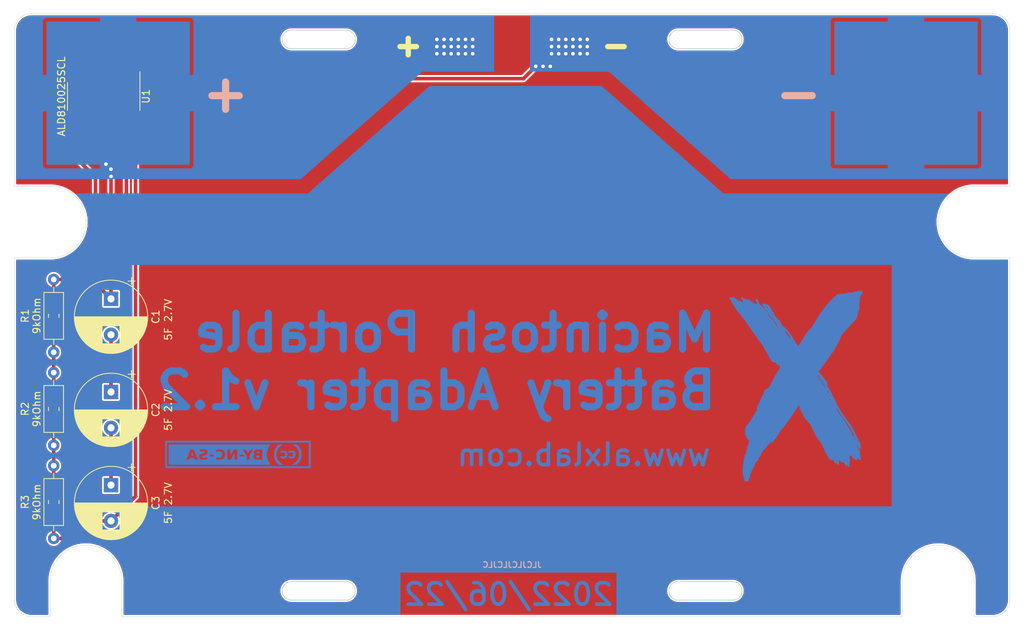
<source format=kicad_pcb>
(kicad_pcb (version 20211014) (generator pcbnew)
  (layers (0 "F.Cu" signal) (31 "B.Cu" signal) (34 "B.Paste" user) (35 "F.Paste" user) (36 "B.SilkS" user "B.Silkscreen") (37 "F.SilkS" user "F.Silkscreen") (38 "B.Mask" user) (39 "F.Mask" user) (44 "Edge.Cuts" user))
  (net 0 "")
  (net 1 "/V+")
  (net 2 "/V-")
  (net 3 "/A2")
  (net 4 "/A1")
  (footprint "project:Macintosh_Portable_Battery_Wire_Pads" (layer "F.Cu") (at 139.5 64)
    (fp_text reference "J1" hide)
    (fp_text value "Conn_01x02_Female")
  )
  (footprint "project:Macintosh_Portable_Battery_Contacts" (layer "F.Cu") (at 139.5 62)
    (fp_text reference "BT1" hide)
    (fp_text value "Macintosh_Portable_Battery")
  )
  (footprint "Resistor_SMD:R_0805_2012Metric_Pad1.20x1.40mm_HandSolder" (layer "F.Cu") (at 75.5 103.1 -90)
    (fp_text reference "R11")
    (fp_text value "9kOhm")
  )
  (footprint "project:Macintosh_Portable_Battery_Case_Hole" (layer "F.Cu") (at 166.5 64.5)
    (fp_text reference "A2" hide)
    (fp_text value "Macintosh_Portable_Battery_Case_Hole")
    (fp_line (start -3.8 -1.3) (end 3.8 -1.3) (layer "Edge.Cuts") (width 0.12))
    (fp_line (start 3.8 1.3) (end -3.8 1.3) (layer "Edge.Cuts") (width 0.12))
    (fp_arc (start -3.8 1.3) (mid -5.1 0) (end -3.8 -1.3) (layer "Edge.Cuts") (width 0.12))
    (fp_arc (start 3.8 -1.3) (mid 5.1 0) (end 3.8 1.3) (layer "Edge.Cuts") (width 0.12))
  )
  (footprint "Resistor_SMD:R_0805_2012Metric_Pad1.20x1.40mm_HandSolder" (layer "F.Cu") (at 75.5 129.1 -90)
    (fp_text reference "R13")
    (fp_text value "9kOhm")
  )
  (footprint "Package_SO:SOIC-16_3.9x9.9mm_P1.27mm" (layer "F.Cu") (at 82.477 72.456 -90)
    (fp_text reference "U1")
    (fp_text value "ALD810025SCL")
  )
  (footprint "Capacitor_THT:CP_Radial_D10.0mm_P5.00mm" (layer "F.Cu") (at 83.5 126.732323 -90)
    (fp_text reference "C3")
    (fp_text value "5F 2.7V")
  )
  (footprint "project:Macintosh_Portable_Battery_Case_Hole" (layer "F.Cu") (at 112.5 64.5)
    (fp_text reference "A1" hide)
    (fp_text value "Macintosh_Portable_Battery_Case_Hole")
    (fp_line (start 3.8 1.3) (end -3.8 1.3) (layer "Edge.Cuts") (width 0.12))
    (fp_line (start -3.8 -1.3) (end 3.8 -1.3) (layer "Edge.Cuts") (width 0.12))
    (fp_arc (start -3.8 1.3) (mid -5.1 0) (end -3.8 -1.3) (layer "Edge.Cuts") (width 0.12))
    (fp_arc (start 3.8 -1.3) (mid 5.1 0) (end 3.8 1.3) (layer "Edge.Cuts") (width 0.12))
  )
  (footprint "Resistor_THT:R_Axial_DIN0207_L6.3mm_D2.5mm_P10.16mm_Horizontal" (layer "F.Cu") (at 75.5 124.02 -90)
    (fp_text reference "R3")
    (fp_text value "9kOhm")
  )
  (footprint "Resistor_THT:R_Axial_DIN0207_L6.3mm_D2.5mm_P10.16mm_Horizontal" (layer "F.Cu") (at 75.5 111.02 -90)
    (fp_text reference "R2")
    (fp_text value "9kOhm")
  )
  (footprint "Capacitor_THT:CP_Radial_D10.0mm_P5.00mm" (layer "F.Cu") (at 83.5 113.732323 -90)
    (fp_text reference "C2")
    (fp_text value "5F 2.7V")
  )
  (footprint "project:Macintosh_Portable_Battery_Case_Hole" (layer "F.Cu") (at 112.5 141.5)
    (fp_text reference "A3" hide)
    (fp_text value "Macintosh_Portable_Battery_Case_Hole")
    (fp_line (start -3.8 -1.3) (end 3.8 -1.3) (layer "Edge.Cuts") (width 0.12))
    (fp_line (start 3.8 1.3) (end -3.8 1.3) (layer "Edge.Cuts") (width 0.12))
    (fp_arc (start -3.8 1.3) (mid -5.1 0) (end -3.8 -1.3) (layer "Edge.Cuts") (width 0.12))
    (fp_arc (start 3.8 -1.3) (mid 5.1 0) (end 3.8 1.3) (layer "Edge.Cuts") (width 0.12))
  )
  (footprint "Resistor_SMD:R_0805_2012Metric_Pad1.20x1.40mm_HandSolder" (layer "F.Cu") (at 75.5 116.1 -90)
    (fp_text reference "R12")
    (fp_text value "9kOhm")
  )
  (footprint "Capacitor_THT:CP_Radial_D10.0mm_P5.00mm" (layer "F.Cu") (at 83.5 100.732323 -90)
    (fp_text reference "C1")
    (fp_text value "5F 2.7V")
  )
  (footprint "Resistor_THT:R_Axial_DIN0207_L6.3mm_D2.5mm_P10.16mm_Horizontal" (layer "F.Cu") (at 75.5 98.02 -90)
    (fp_text reference "R1")
    (fp_text value "9kOhm")
  )
  (footprint "project:Macintosh_Portable_Battery_Case_Hole" (layer "F.Cu") (at 166.5 141.5)
    (fp_text reference "A4" hide)
    (fp_text value "Macintosh_Portable_Battery_Case_Hole")
    (fp_line (start 3.8 1.3) (end -3.8 1.3) (layer "Edge.Cuts") (width 0.12))
    (fp_line (start -3.8 -1.3) (end 3.8 -1.3) (layer "Edge.Cuts") (width 0.12))
    (fp_arc (start 3.8 -1.3) (mid 5.1 0) (end 3.8 1.3) (layer "Edge.Cuts") (width 0.12))
    (fp_arc (start -3.8 1.3) (mid -5.1 0) (end -3.8 -1.3) (layer "Edge.Cuts") (width 0.12))
  )
  (footprint "project:cc_by_nc_sa_small_front_20mm_copper_mask" (layer "B.Cu") (at 101.219 122.428 180)
    (fp_text reference "G***" hide)
    (fp_text value "LOGO" hide)
  )
  (footprint "project:logo_front_mask_35mm_copper_mask" (layer "B.Cu") (at 179.451 112.395 180)
    (fp_text reference "G***" hide)
    (fp_text value "LOGO" hide)
  )
  (gr_line (start 70 142.7) (end 70 95) (layer "Edge.Cuts") (width 0.05))
  (gr_line (start 70 85) (end 70 63.297056) (layer "Edge.Cuts") (width 0.05))
  (gr_line (start 209 95) (end 209 142.7) (layer "Edge.Cuts") (width 0.05))
  (gr_line (start 194 145.1) (end 85 145.1) (layer "Edge.Cuts") (width 0.05))
  (gr_line (start 75 145.1) (end 72.4 145.1) (layer "Edge.Cuts") (width 0.05))
  (gr_line (start 204 95) (end 209 95) (layer "Edge.Cuts") (width 0.05))
  (gr_arc (start 204 95) (mid 199 90) (end 204 85) (layer "Edge.Cuts") (width 0.05))
  (gr_line (start 204 140.1) (end 204 145.1) (layer "Edge.Cuts") (width 0.05))
  (gr_arc (start 75 85) (mid 80 90) (end 75 95) (layer "Edge.Cuts") (width 0.05))
  (gr_line (start 204 85) (end 209 85) (layer "Edge.Cuts") (width 0.05))
  (gr_arc (start 206.6 60.897056) (mid 208.297056 61.6) (end 209 63.297056) (layer "Edge.Cuts") (width 0.05))
  (gr_arc (start 70 63.297056) (mid 70.702944 61.6) (end 72.4 60.897056) (layer "Edge.Cuts") (width 0.05))
  (gr_line (start 75 140.1) (end 75 145.1) (layer "Edge.Cuts") (width 0.05))
  (gr_arc (start 72.4 145.1) (mid 70.702944 144.397056) (end 70 142.7) (layer "Edge.Cuts") (width 0.05))
  (gr_line (start 72.4 60.897056) (end 206.6 60.897056) (layer "Edge.Cuts") (width 0.05))
  (gr_line (start 206.6 145.1) (end 204 145.1) (layer "Edge.Cuts") (width 0.05))
  (gr_line (start 85 140.1) (end 85 145.1) (layer "Edge.Cuts") (width 0.05))
  (gr_arc (start 194 140.1) (mid 199 135.1) (end 204 140.1) (layer "Edge.Cuts") (width 0.05))
  (gr_arc (start 75 140.1) (mid 80 135.1) (end 85 140.1) (layer "Edge.Cuts") (width 0.05))
  (gr_line (start 75 85) (end 70 85) (layer "Edge.Cuts") (width 0.05))
  (gr_arc (start 209 142.7) (mid 208.297056 144.397056) (end 206.6 145.1) (layer "Edge.Cuts") (width 0.05))
  (gr_line (start 209 63.297056) (end 209 85) (layer "Edge.Cuts") (width 0.05))
  (gr_line (start 194 140.1) (end 194 145.1) (layer "Edge.Cuts") (width 0.05))
  (gr_line (start 75 95) (end 70 95) (layer "Edge.Cuts") (width 0.05))
  (gr_text "Macintosh Portable\nBattery Adapter v1.2" (at 168.5 109.5) (layer "B.Cu") (effects (font (size 5 5) (thickness 1)) (justify left mirror)))
  (gr_text "www.alxlab.com" (at 149.5 122.5) (layer "B.Cu") (effects (font (size 3 3) (thickness 0.5)) (justify mirror)))
  (gr_text "2022/06/22" (at 139 142) (layer "B.Cu") (effects (font (size 3 3) (thickness 0.5)) (justify mirror)))
  (gr_text "JLCJLCJLCJLC" (at 139.5 137.861) (layer "B.SilkS") (effects (font (size 0.8 0.8)) (justify mirror)))
  (gr_text "+" (at 125 65.3) (layer "F.SilkS") (effects (font (size 3 3) (thickness 0.75)) (justify mirror)))
  (gr_text "-" (at 154 65.3) (layer "F.SilkS") (effects (font (size 3 3) (thickness 0.75)) (justify mirror)))
  (segment (start 80.572 77.155) (end 81.842 77.155) (width 0.5) (layer "F.Cu") (net 1))
  (segment (start 80.787677 98.02) (end 83.5 100.732323) (width 0.5) (layer "F.Cu") (net 1))
  (segment (start 83.493 82.616) (end 82.7945 81.9175) (width 0.5) (layer "F.Cu") (net 1))
  (segment (start 79.325 75.075) (end 79.325 77.005) (width 0.5) (layer "F.Cu") (net 1))
  (segment (start 83.5 83.632) (end 83.5 100.732323) (width 0.5) (layer "F.Cu") (net 1))
  (segment (start 75.5 102.1) (end 75.5 98.02) (width 0.5) (layer "F.Cu") (net 1))
  (segment (start 79.475 77.155) (end 80.572 77.155) (width 0.5) (layer "F.Cu") (net 1))
  (segment (start 80.595 75.075) (end 80.595 77.132) (width 0.5) (layer "F.Cu") (net 1))
  (segment (start 80.595 77.132) (end 80.572 77.155) (width 0.5) (layer "F.Cu") (net 1))
  (segment (start 75.5 98.02) (end 80.787677 98.02) (width 0.5) (layer "F.Cu") (net 1))
  (segment (start 82.7945 81.9175) (end 81.842 80.965) (width 0.5) (layer "F.Cu") (net 1))
  (segment (start 79.325 77.005) (end 79.475 77.155) (width 0.5) (layer "F.Cu") (net 1))
  (segment (start 81.842 80.965) (end 81.842 74.931) (width 0.5) (layer "F.Cu") (net 1))
  (segment (start 83.5 82.616) (end 83.5 83.632) (width 0.5) (layer "F.Cu") (net 1))
  (via (at 132 65.5) (size 0.8) (drill 0.5) (layers "F.Cu" "B.Cu") (net 1))
  (via (at 133 64.5) (size 0.8) (drill 0.5) (layers "F.Cu" "B.Cu") (net 1))
  (via (at 83.493 82.616) (size 0.8) (drill 0.5) (layers "F.Cu" "B.Cu") (net 1))
  (via (at 129 64.5) (size 0.8) (drill 0.5) (layers "F.Cu" "B.Cu") (net 1))
  (via (at 130 64.5) (size 0.8) (drill 0.5) (layers "F.Cu" "B.Cu") (net 1))
  (via (at 129 65.5) (size 0.8) (drill 0.5) (layers "F.Cu" "B.Cu") (net 1))
  (via (at 82.7945 81.9175) (size 0.8) (drill 0.5) (layers "F.Cu" "B.Cu") (net 1))
  (via (at 131 66.5) (size 0.8) (drill 0.5) (layers "F.Cu" "B.Cu") (net 1))
  (via (at 134 65.5) (size 0.8) (drill 0.5) (layers "F.Cu" "B.Cu") (net 1))
  (via (at 134 64.5) (size 0.8) (drill 0.5) (layers "F.Cu" "B.Cu") (net 1))
  (via (at 83.5 83.632) (size 0.8) (drill 0.5) (layers "F.Cu" "B.Cu") (net 1))
  (via (at 132 64.5) (size 0.8) (drill 0.5) (layers "F.Cu" "B.Cu") (net 1))
  (via (at 134 66.5) (size 0.8) (drill 0.5) (layers "F.Cu" "B.Cu") (net 1))
  (via (at 131 64.5) (size 0.8) (drill 0.5) (layers "F.Cu" "B.Cu") (net 1))
  (via (at 133 65.5) (size 0.8) (drill 0.5) (layers "F.Cu" "B.Cu") (net 1))
  (via (at 131 65.5) (size 0.8) (drill 0.5) (layers "F.Cu" "B.Cu") (net 1))
  (via (at 130 65.5) (size 0.8) (drill 0.5) (layers "F.Cu" "B.Cu") (net 1))
  (via (at 129 66.5) (size 0.8) (drill 0.5) (layers "F.Cu" "B.Cu") (net 1))
  (via (at 133 66.5) (size 0.8) (drill 0.5) (layers "F.Cu" "B.Cu") (net 1))
  (via (at 130 66.5) (size 0.8) (drill 0.5) (layers "F.Cu" "B.Cu") (net 1))
  (via (at 132 66.5) (size 0.8) (drill 0.5) (layers "F.Cu" "B.Cu") (net 1))
  (segment (start 141.086 69.981) (end 142.802 68.265) (width 0.5) (layer "F.Cu") (net 2))
  (segment (start 82.35 71.948) (end 85.144 71.948) (width 0.5) (layer "F.Cu") (net 2))
  (segment (start 81.865 70.125) (end 81.865 71.463) (width 0.5) (layer "F.Cu") (net 2))
  (segment (start 80.867677 131.732323) (end 83.5 131.732323) (width 0.5) (layer "F.Cu") (net 2))
  (segment (start 75.5 134.18) (end 75.5 130.1) (width 0.5) (layer "F.Cu") (net 2))
  (segment (start 86.922 69.981) (end 141.086 69.981) (width 0.5) (layer "F.Cu") (net 2))
  (segment (start 75.5 134.18) (end 78.42 134.18) (width 0.5) (layer "F.Cu") (net 2))
  (segment (start 86.922 74.931) (end 86.922 73.726) (width 0.5) (layer "F.Cu") (net 2))
  (segment (start 83.493 67.376) (end 83.112 67.757) (width 0.5) (layer "F.Cu") (net 2))
  (segment (start 83.112 67.757) (end 83.112 69.981) (width 0.5) (layer "F.Cu") (net 2))
  (segment (start 143.818 68.265) (end 144.834 68.265) (width 0.5) (layer "F.Cu") (net 2))
  (segment (start 83.5 131.732323) (end 86.922 128.310323) (width 0.5) (layer "F.Cu") (net 2))
  (segment (start 142.802 68.265) (end 143.818 68.265) (width 0.5) (layer "F.Cu") (net 2))
  (segment (start 86.922 69.981) (end 86.922 68.265) (width 0.5) (layer "F.Cu") (net 2))
  (segment (start 78.42 134.18) (end 80.867677 131.732323) (width 0.5) (layer "F.Cu") (net 2))
  (segment (start 86.922 128.310323) (end 86.922 80.584) (width 0.5) (layer "F.Cu") (net 2))
  (segment (start 86.922 80.584) (end 89.843 77.663) (width 0.5) (layer "F.Cu") (net 2))
  (segment (start 89.843 77.663) (end 89.843 70.043) (width 0.5) (layer "F.Cu") (net 2))
  (segment (start 86.922 68.265) (end 86.033 67.376) (width 0.5) (layer "F.Cu") (net 2))
  (segment (start 86.922 73.726) (end 85.144 71.948) (width 0.5) (layer "F.Cu") (net 2))
  (segment (start 86.033 67.376) (end 83.493 67.376) (width 0.5) (layer "F.Cu") (net 2))
  (segment (start 81.865 71.463) (end 82.35 71.948) (width 0.5) (layer "F.Cu") (net 2))
  (via (at 147 65.5) (size 0.8) (drill 0.5) (layers "F.Cu" "B.Cu") (net 2))
  (via (at 150 66.5) (size 0.8) (drill 0.5) (layers "F.Cu" "B.Cu") (net 2))
  (via (at 147 64.5) (size 0.8) (drill 0.5) (layers "F.Cu" "B.Cu") (net 2))
  (via (at 150 64.5) (size 0.8) (drill 0.5) (layers "F.Cu" "B.Cu") (net 2))
  (via (at 146 66.5) (size 0.8) (drill 0.5) (layers "F.Cu" "B.Cu") (net 2))
  (via (at 143.818 68.265) (size 0.8) (drill 0.5) (layers "F.Cu" "B.Cu") (net 2))
  (via (at 145 64.5) (size 0.8) (drill 0.5) (layers "F.Cu" "B.Cu") (net 2))
  (via (at 145 66.5) (size 0.8) (drill 0.5) (layers "F.Cu" "B.Cu") (net 2))
  (via (at 145 65.5) (size 0.8) (drill 0.5) (layers "F.Cu" "B.Cu") (net 2))
  (via (at 148 65.5) (size 0.8) (drill 0.5) (layers "F.Cu" "B.Cu") (net 2))
  (via (at 149 64.5) (size 0.8) (drill 0.5) (layers "F.Cu" "B.Cu") (net 2))
  (via (at 149 66.5) (size 0.8) (drill 0.5) (layers "F.Cu" "B.Cu") (net 2))
  (via (at 149 65.5) (size 0.8) (drill 0.5) (layers "F.Cu" "B.Cu") (net 2))
  (via (at 142.802 68.265) (size 0.8) (drill 0.5) (layers "F.Cu" "B.Cu") (net 2))
  (via (at 148 64.5) (size 0.8) (drill 0.5) (layers "F.Cu" "B.Cu") (net 2))
  (via (at 148 66.5) (size 0.8) (drill 0.5) (layers "F.Cu" "B.Cu") (net 2))
  (via (at 144.834 68.265) (size 0.8) (drill 0.5) (layers "F.Cu" "B.Cu") (net 2))
  (via (at 146 65.5) (size 0.8) (drill 0.5) (layers "F.Cu" "B.Cu") (net 2))
  (via (at 146 64.5) (size 0.8) (drill 0.5) (layers "F.Cu" "B.Cu") (net 2))
  (via (at 150 65.5) (size 0.8) (drill 0.5) (layers "F.Cu" "B.Cu") (net 2))
  (via (at 147 66.5) (size 0.8) (drill 0.5) (layers "F.Cu" "B.Cu") (net 2))
  (segment (start 75.5 109.643) (end 75.5 104.1) (width 0.5) (layer "F.Cu") (net 3))
  (segment (start 81.334 94.03) (end 79.264 96.1) (width 0.5) (layer "F.Cu") (net 3))
  (segment (start 79.264 96.1) (end 74.5095 96.1) (width 0.5) (layer "F.Cu") (net 3))
  (segment (start 78.032 74.931) (end 78.032 80.457) (width 0.5) (layer "F.Cu") (net 3))
  (segment (start 84.382 75.052) (end 84.382 73.599) (width 0.5) (layer "F.Cu") (net 3))
  (segment (start 83.874 73.091) (end 78.794 73.091) (width 0.5) (layer "F.Cu") (net 3))
  (segment (start 78.032 80.457) (end 81.334 83.759) (width 0.5) (layer "F.Cu") (net 3))
  (segment (start 83.5 113.732323) (end 83.5 109.531) (width 0.5) (layer "F.Cu") (net 3))
  (segment (start 75.5 108.389) (end 75.5 104.1) (width 0.5) (layer "F.Cu") (net 3))
  (segment (start 75.5 115.1) (end 75.5 109.643) (width 0.5) (layer "F.Cu") (net 3))
  (segment (start 83.5 109.531) (end 75.612 109.531) (width 0.5) (layer "F.Cu") (net 3))
  (segment (start 73.46 108.651) (end 74.349 109.54) (width 0.5) (layer "F.Cu") (net 3))
  (segment (start 85.652 74.931) (end 85.652 73.599) (width 0.5) (layer "F.Cu") (net 3))
  (segment (start 75.603 109.54) (end 74.349 109.54) (width 0.5) (layer "F.Cu") (net 3))
  (segment (start 73.46 97.1495) (end 73.46 108.651) (width 0.5) (layer "F.Cu") (net 3))
  (segment (start 78.055 73.83) (end 78.055 75.075) (width 0.5) (layer "F.Cu") (net 3))
  (segment (start 83.5 109.531) (end 83.5 105.732323) (width 0.5) (layer "F.Cu") (net 3))
  (segment (start 74.5095 96.1) (end 73.46 97.1495) (width 0.5) (layer "F.Cu") (net 3))
  (segment (start 75.612 109.531) (end 75.5 109.643) (width 0.5) (layer "F.Cu") (net 3))
  (segment (start 81.334 83.759) (end 81.334 93.919) (width 0.5) (layer "F.Cu") (net 3))
  (segment (start 85.144 73.091) (end 83.874 73.091) (width 0.5) (layer "F.Cu") (net 3))
  (segment (start 75.612 109.531) (end 75.603 109.54) (width 0.5) (layer "F.Cu") (net 3))
  (segment (start 84.382 73.599) (end 83.874 73.091) (width 0.5) (layer "F.Cu") (net 3))
  (segment (start 85.652 73.599) (end 85.144 73.091) (width 0.5) (layer "F.Cu") (net 3))
  (segment (start 78.794 73.091) (end 78.055 73.83) (width 0.5) (layer "F.Cu") (net 3))
  (segment (start 85.652 120.46) (end 85.652 116.580323) (width 0.5) (layer "F.Cu") (net 4))
  (segment (start 87.938 77.155) (end 85.555 77.155) (width 0.5) (layer "F.Cu") (net 4))
  (segment (start 83.5 122.612) (end 83.5 126.732323) (width 0.5) (layer "F.Cu") (net 4))
  (segment (start 85.652 116.580323) (end 85.652 77.155) (width 0.5) (layer "F.Cu") (net 4))
  (segment (start 75.515 122.612) (end 75.5 122.597) (width 0.5) (layer "F.Cu") (net 4))
  (segment (start 85.652 68.646) (end 85.398 68.392) (width 0.5) (layer "F.Cu") (net 4))
  (segment (start 83.112 76.266) (end 83.112 74.931) (width 0.5) (layer "F.Cu") (net 4))
  (segment (start 88.446 76.647) (end 87.938 77.155) (width 0.5) (layer "F.Cu") (net 4))
  (segment (start 83.5 122.612) (end 85.652 120.46) (width 0.5) (layer "F.Cu") (net 4))
  (segment (start 83.5 122.612) (end 75.515 122.612) (width 0.5) (layer "F.Cu") (net 4))
  (segment (start 75.5 128.1) (end 75.5 122.597) (width 0.5) (layer "F.Cu") (net 4))
  (segment (start 85.555 77.155) (end 84.001 77.155) (width 0.5) (layer "F.Cu") (net 4))
  (segment (start 85.652 69.981) (end 85.652 68.646) (width 0.5) (layer "F.Cu") (net 4))
  (segment (start 85.652 69.981) (end 85.652 71.059) (width 0.5) (layer "F.Cu") (net 4))
  (segment (start 88.446 73.853) (end 88.446 76.647) (width 0.5) (layer "F.Cu") (net 4))
  (segment (start 75.5 122.597) (end 75.5 117.1) (width 0.5) (layer "F.Cu") (net 4))
  (segment (start 85.398 68.392) (end 84.636 68.392) (width 0.5) (layer "F.Cu") (net 4))
  (segment (start 84.636 68.392) (end 84.382 68.646) (width 0.5) (layer "F.Cu") (net 4))
  (segment (start 85.652 71.059) (end 88.446 73.853) (width 0.5) (layer "F.Cu") (net 4))
  (segment (start 84.001 77.155) (end 83.112 76.266) (width 0.5) (layer "F.Cu") (net 4))
  (segment (start 84.382 68.646) (end 84.382 69.981) (width 0.5) (layer "F.Cu") (net 4))
  (segment (start 83.5 118.732323) (end 83.5 122.612) (width 0.5) (layer "F.Cu") (net 4))
  (zone (net 0) (net_name "") (layer "F.Cu") (connect_pads (clearance 0.254)) (min_thickness 0.254) (fill yes (thermal_gap 0.508) (thermal_bridge_width 0.508))
    (polygon (pts (xy 211 147) (xy 68 147) (xy 68 59) (xy 211 59)))
  )
  (zone (net 0) (net_name "") (layer "B.Cu") (connect_pads (clearance 0)) (min_thickness 0.254)
    (keepout (tracks allowed) (vias allowed) (pads allowed) (copperpour not_allowed) (footprints allowed))
    (fill (thermal_gap 0.508) (thermal_bridge_width 0.508))
    (polygon (pts (xy 192.5 96) (xy 192.5 129.7) (xy 86.5 129.7) (xy 86.5 96)))
  )
  (zone (net 1) (net_name "/V+") (layer "B.Cu") (connect_pads (clearance 0.254)) (min_thickness 0.254) (fill yes (thermal_gap 0.508) (thermal_bridge_width 5.08))
    (polygon (pts (xy 137 69) (xy 127 69) (xy 110 84) (xy 69 84) (xy 69 60) (xy 137 60)))
  )
  (zone (net 2) (net_name "/V-") (layer "B.Cu") (connect_pads (clearance 0.254)) (min_thickness 0.254) (fill yes (thermal_gap 0.508) (thermal_bridge_width 5.08))
    (polygon (pts (xy 210 84) (xy 170 84) (xy 153 69) (xy 142 69) (xy 142 60) (xy 210 60)))
  )
  (zone (net 0) (net_name "") (layer "B.Cu") (connect_pads (clearance 0.254)) (min_thickness 0.254) (fill yes (thermal_gap 0.508) (thermal_bridge_width 0.508))
    (polygon (pts (xy 169 86) (xy 210 86) (xy 210 146) (xy 69 146) (xy 69 86) (xy 111 86) (xy 128 71) (xy 152 71)))
  )
)
</source>
